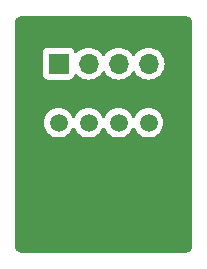
<source format=gbr>
%TF.GenerationSoftware,KiCad,Pcbnew,7.0.2*%
%TF.CreationDate,2023-11-30T16:19:12-07:00*%
%TF.ProjectId,thermo_adap_pcb,74686572-6d6f-45f6-9164-61705f706362,rev?*%
%TF.SameCoordinates,Original*%
%TF.FileFunction,Copper,L2,Bot*%
%TF.FilePolarity,Positive*%
%FSLAX46Y46*%
G04 Gerber Fmt 4.6, Leading zero omitted, Abs format (unit mm)*
G04 Created by KiCad (PCBNEW 7.0.2) date 2023-11-30 16:19:12*
%MOMM*%
%LPD*%
G01*
G04 APERTURE LIST*
%TA.AperFunction,ComponentPad*%
%ADD10C,1.500000*%
%TD*%
%TA.AperFunction,ComponentPad*%
%ADD11R,1.700000X1.700000*%
%TD*%
%TA.AperFunction,ComponentPad*%
%ADD12O,1.700000X1.700000*%
%TD*%
G04 APERTURE END LIST*
D10*
%TO.P,J2,1,Pin_1*%
%TO.N,/I+*%
X-3810000Y-5000000D03*
%TO.P,J2,2,Pin_2*%
%TO.N,/V+*%
X-1270000Y-5000000D03*
%TO.P,J2,3,Pin_3*%
%TO.N,/I-*%
X1270000Y-5000000D03*
%TO.P,J2,4,Pin_4*%
%TO.N,/V-*%
X3810000Y-5000000D03*
%TD*%
D11*
%TO.P,J1,1,Pin_1*%
%TO.N,/I+*%
X-3810000Y0D03*
D12*
%TO.P,J1,2,Pin_2*%
%TO.N,/V+*%
X-1270000Y0D03*
%TO.P,J1,3,Pin_3*%
%TO.N,/I-*%
X1270000Y0D03*
%TO.P,J1,4,Pin_4*%
%TO.N,/V-*%
X3810000Y0D03*
%TD*%
%TA.AperFunction,NonConductor*%
G36*
X7006922Y3998720D02*
G01*
X7026353Y3996530D01*
X7048805Y3993574D01*
X7105858Y3986063D01*
X7130583Y3980174D01*
X7163094Y3968798D01*
X7169591Y3966318D01*
X7222180Y3944536D01*
X7240702Y3934967D01*
X7273053Y3914639D01*
X7282567Y3908021D01*
X7324980Y3875476D01*
X7337174Y3864782D01*
X7364782Y3837174D01*
X7375476Y3824980D01*
X7408021Y3782567D01*
X7414639Y3773053D01*
X7434967Y3740702D01*
X7444536Y3722180D01*
X7466318Y3669591D01*
X7468798Y3663094D01*
X7480169Y3630597D01*
X7486066Y3605829D01*
X7496530Y3526353D01*
X7496531Y3526346D01*
X7498736Y3506773D01*
X7499499Y3493090D01*
X7499500Y-15493033D01*
X7498720Y-15506920D01*
X7496530Y-15526352D01*
X7493131Y-15552174D01*
X7486063Y-15605858D01*
X7480174Y-15630583D01*
X7468798Y-15663094D01*
X7466318Y-15669591D01*
X7444536Y-15722180D01*
X7434967Y-15740702D01*
X7414639Y-15773053D01*
X7408021Y-15782567D01*
X7375476Y-15824980D01*
X7364782Y-15837174D01*
X7337174Y-15864782D01*
X7324980Y-15875476D01*
X7282567Y-15908021D01*
X7273053Y-15914639D01*
X7240702Y-15934967D01*
X7222180Y-15944536D01*
X7169591Y-15966318D01*
X7163094Y-15968798D01*
X7130597Y-15980169D01*
X7105829Y-15986066D01*
X7026353Y-15996530D01*
X7024458Y-15996744D01*
X7006766Y-15998737D01*
X6993090Y-15999500D01*
X-6993034Y-15999500D01*
X-7006922Y-15998720D01*
X-7026353Y-15996530D01*
X-7048805Y-15993574D01*
X-7105858Y-15986063D01*
X-7130583Y-15980174D01*
X-7163094Y-15968798D01*
X-7169591Y-15966318D01*
X-7222180Y-15944536D01*
X-7240702Y-15934967D01*
X-7273053Y-15914639D01*
X-7282567Y-15908021D01*
X-7324980Y-15875476D01*
X-7337174Y-15864782D01*
X-7364782Y-15837174D01*
X-7375476Y-15824980D01*
X-7408021Y-15782567D01*
X-7414639Y-15773053D01*
X-7434967Y-15740702D01*
X-7444536Y-15722180D01*
X-7466318Y-15669591D01*
X-7468798Y-15663094D01*
X-7480169Y-15630597D01*
X-7486066Y-15605829D01*
X-7496530Y-15526353D01*
X-7496744Y-15524458D01*
X-7498737Y-15506766D01*
X-7499500Y-15493090D01*
X-7499499Y-5000000D01*
X-5065277Y-5000000D01*
X-5046207Y-5217977D01*
X-4989575Y-5429330D01*
X-4897102Y-5627639D01*
X-4771598Y-5806877D01*
X-4616877Y-5961598D01*
X-4437639Y-6087102D01*
X-4239330Y-6179575D01*
X-4027977Y-6236207D01*
X-3810000Y-6255277D01*
X-3592023Y-6236207D01*
X-3380670Y-6179575D01*
X-3182361Y-6087102D01*
X-3003123Y-5961598D01*
X-2848402Y-5806877D01*
X-2722898Y-5627639D01*
X-2652382Y-5476417D01*
X-2606210Y-5423978D01*
X-2539016Y-5404826D01*
X-2472135Y-5425042D01*
X-2427617Y-5476417D01*
X-2357102Y-5627639D01*
X-2231598Y-5806877D01*
X-2076877Y-5961598D01*
X-1897639Y-6087102D01*
X-1699330Y-6179575D01*
X-1487977Y-6236207D01*
X-1270000Y-6255277D01*
X-1052023Y-6236207D01*
X-840670Y-6179575D01*
X-642361Y-6087102D01*
X-463123Y-5961598D01*
X-308402Y-5806877D01*
X-182898Y-5627639D01*
X-112382Y-5476417D01*
X-66210Y-5423978D01*
X984Y-5404826D01*
X67865Y-5425042D01*
X112382Y-5476417D01*
X182898Y-5627639D01*
X308402Y-5806877D01*
X463123Y-5961598D01*
X642361Y-6087102D01*
X840670Y-6179575D01*
X1052023Y-6236207D01*
X1270000Y-6255277D01*
X1487977Y-6236207D01*
X1699330Y-6179575D01*
X1897639Y-6087102D01*
X2076877Y-5961598D01*
X2231598Y-5806877D01*
X2357102Y-5627639D01*
X2427617Y-5476417D01*
X2473790Y-5423978D01*
X2540984Y-5404826D01*
X2607865Y-5425042D01*
X2652382Y-5476417D01*
X2722898Y-5627639D01*
X2848402Y-5806877D01*
X3003123Y-5961598D01*
X3182361Y-6087102D01*
X3380670Y-6179575D01*
X3592023Y-6236207D01*
X3810000Y-6255277D01*
X4027977Y-6236207D01*
X4239330Y-6179575D01*
X4437639Y-6087102D01*
X4616877Y-5961598D01*
X4771598Y-5806877D01*
X4897102Y-5627639D01*
X4989575Y-5429330D01*
X5046207Y-5217977D01*
X5065277Y-5000000D01*
X5046207Y-4782023D01*
X4989575Y-4570670D01*
X4897102Y-4372362D01*
X4771598Y-4193123D01*
X4616877Y-4038402D01*
X4437639Y-3912898D01*
X4346205Y-3870261D01*
X4239331Y-3820425D01*
X4027974Y-3763792D01*
X3810000Y-3744722D01*
X3592025Y-3763792D01*
X3380668Y-3820425D01*
X3182361Y-3912898D01*
X3003122Y-4038402D01*
X2848402Y-4193122D01*
X2722898Y-4372361D01*
X2652382Y-4523583D01*
X2606209Y-4576022D01*
X2539016Y-4595174D01*
X2472135Y-4574958D01*
X2427618Y-4523583D01*
X2413118Y-4492488D01*
X2357102Y-4372362D01*
X2231598Y-4193123D01*
X2076877Y-4038402D01*
X1897639Y-3912898D01*
X1806205Y-3870261D01*
X1699331Y-3820425D01*
X1487974Y-3763792D01*
X1270000Y-3744722D01*
X1052025Y-3763792D01*
X840668Y-3820425D01*
X642361Y-3912898D01*
X463122Y-4038402D01*
X308402Y-4193122D01*
X182898Y-4372361D01*
X112382Y-4523583D01*
X66209Y-4576022D01*
X-984Y-4595174D01*
X-67865Y-4574958D01*
X-112382Y-4523583D01*
X-182898Y-4372361D01*
X-308402Y-4193122D01*
X-463119Y-4038405D01*
X-463123Y-4038402D01*
X-642361Y-3912898D01*
X-642363Y-3912897D01*
X-840668Y-3820425D01*
X-1052025Y-3763792D01*
X-1270000Y-3744722D01*
X-1487974Y-3763792D01*
X-1699331Y-3820425D01*
X-1897637Y-3912897D01*
X-1897638Y-3912898D01*
X-2076877Y-4038402D01*
X-2231598Y-4193123D01*
X-2357102Y-4372362D01*
X-2413118Y-4492488D01*
X-2427618Y-4523583D01*
X-2473791Y-4576022D01*
X-2540984Y-4595174D01*
X-2607865Y-4574958D01*
X-2652382Y-4523583D01*
X-2722898Y-4372361D01*
X-2848402Y-4193122D01*
X-3003119Y-4038405D01*
X-3003123Y-4038402D01*
X-3182361Y-3912898D01*
X-3182363Y-3912897D01*
X-3380668Y-3820425D01*
X-3592025Y-3763792D01*
X-3810000Y-3744722D01*
X-4027974Y-3763792D01*
X-4239331Y-3820425D01*
X-4437637Y-3912897D01*
X-4437638Y-3912898D01*
X-4616877Y-4038402D01*
X-4771598Y-4193123D01*
X-4897102Y-4372362D01*
X-4989575Y-4570670D01*
X-5046207Y-4782023D01*
X-5065277Y-5000000D01*
X-7499499Y-5000000D01*
X-7499499Y897873D01*
X-5160500Y897873D01*
X-5160499Y-897872D01*
X-5154091Y-957483D01*
X-5103796Y-1092331D01*
X-5017546Y-1207546D01*
X-4902331Y-1293796D01*
X-4767483Y-1344091D01*
X-4707873Y-1350500D01*
X-2912128Y-1350499D01*
X-2852517Y-1344091D01*
X-2717669Y-1293796D01*
X-2602454Y-1207546D01*
X-2516204Y-1092331D01*
X-2467189Y-960916D01*
X-2425317Y-904983D01*
X-2359853Y-880566D01*
X-2291580Y-895418D01*
X-2263332Y-916563D01*
X-2141401Y-1038495D01*
X-1947830Y-1174035D01*
X-1733663Y-1273903D01*
X-1505408Y-1335063D01*
X-1270000Y-1355659D01*
X-1034592Y-1335063D01*
X-1034592Y-1335062D01*
X-806337Y-1273903D01*
X-592170Y-1174035D01*
X-398599Y-1038495D01*
X-231505Y-871401D01*
X-101573Y-685839D01*
X-46998Y-642216D01*
X22500Y-635022D01*
X84855Y-666545D01*
X101571Y-685837D01*
X231505Y-871401D01*
X398599Y-1038495D01*
X592170Y-1174035D01*
X806337Y-1273903D01*
X1034592Y-1335063D01*
X1270000Y-1355659D01*
X1505408Y-1335063D01*
X1733663Y-1273903D01*
X1947830Y-1174035D01*
X2141401Y-1038495D01*
X2308495Y-871401D01*
X2438426Y-685839D01*
X2493002Y-642216D01*
X2562500Y-635022D01*
X2624855Y-666545D01*
X2641571Y-685837D01*
X2771505Y-871401D01*
X2938599Y-1038495D01*
X3132170Y-1174035D01*
X3346337Y-1273903D01*
X3574592Y-1335063D01*
X3809999Y-1355659D01*
X3809999Y-1355658D01*
X3810000Y-1355659D01*
X4045408Y-1335063D01*
X4273663Y-1273903D01*
X4487830Y-1174035D01*
X4681401Y-1038495D01*
X4848495Y-871401D01*
X4984035Y-677830D01*
X5083903Y-463663D01*
X5145063Y-235408D01*
X5165659Y0D01*
X5145063Y235408D01*
X5083903Y463663D01*
X4984035Y677829D01*
X4848495Y871401D01*
X4681401Y1038495D01*
X4487830Y1174035D01*
X4273663Y1273903D01*
X4045408Y1335063D01*
X3810000Y1355659D01*
X3809999Y1355658D01*
X3809999Y1355659D01*
X3574592Y1335063D01*
X3346337Y1273903D01*
X3132171Y1174035D01*
X2938599Y1038495D01*
X2771505Y871401D01*
X2641573Y685838D01*
X2586998Y642215D01*
X2517500Y635021D01*
X2455145Y666544D01*
X2438428Y685836D01*
X2308495Y871401D01*
X2141401Y1038495D01*
X1947830Y1174035D01*
X1733663Y1273903D01*
X1505408Y1335063D01*
X1270000Y1355659D01*
X1034592Y1335063D01*
X806337Y1273903D01*
X592171Y1174035D01*
X398599Y1038495D01*
X231505Y871401D01*
X101573Y685838D01*
X46998Y642215D01*
X-22500Y635021D01*
X-84855Y666544D01*
X-101571Y685836D01*
X-231505Y871401D01*
X-398599Y1038495D01*
X-592170Y1174035D01*
X-806337Y1273903D01*
X-1034592Y1335063D01*
X-1270000Y1355659D01*
X-1505408Y1335063D01*
X-1733663Y1273903D01*
X-1947829Y1174035D01*
X-2141401Y1038495D01*
X-2263329Y916566D01*
X-2324648Y883084D01*
X-2394340Y888068D01*
X-2450274Y929939D01*
X-2467189Y960916D01*
X-2496124Y1038494D01*
X-2516204Y1092331D01*
X-2602454Y1207546D01*
X-2717669Y1293796D01*
X-2852517Y1344091D01*
X-2912127Y1350500D01*
X-4707872Y1350499D01*
X-4767483Y1344091D01*
X-4902331Y1293796D01*
X-5017546Y1207546D01*
X-5103796Y1092331D01*
X-5154091Y957483D01*
X-5160500Y897873D01*
X-7499499Y897873D01*
X-7499499Y3493033D01*
X-7498720Y3506914D01*
X-7496531Y3526346D01*
X-7493867Y3546583D01*
X-7486063Y3605858D01*
X-7480174Y3630583D01*
X-7468798Y3663094D01*
X-7466318Y3669591D01*
X-7444536Y3722180D01*
X-7434967Y3740702D01*
X-7414639Y3773053D01*
X-7408021Y3782567D01*
X-7375476Y3824980D01*
X-7364782Y3837174D01*
X-7337174Y3864782D01*
X-7324980Y3875476D01*
X-7282567Y3908021D01*
X-7273053Y3914639D01*
X-7240702Y3934967D01*
X-7222180Y3944536D01*
X-7169591Y3966318D01*
X-7163094Y3968798D01*
X-7130597Y3980169D01*
X-7105829Y3986066D01*
X-7026353Y3996530D01*
X-7024458Y3996744D01*
X-7006766Y3998737D01*
X-6993090Y3999500D01*
X6993034Y3999500D01*
X7006922Y3998720D01*
G37*
%TD.AperFunction*%
M02*

</source>
